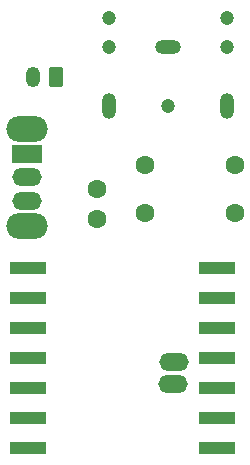
<source format=gbr>
%TF.GenerationSoftware,KiCad,Pcbnew,9.0.7*%
%TF.CreationDate,2026-01-16T10:40:53-07:00*%
%TF.ProjectId,keylink_revB,6b65796c-696e-46b5-9f72-6576422e6b69,rev?*%
%TF.SameCoordinates,Original*%
%TF.FileFunction,Soldermask,Top*%
%TF.FilePolarity,Negative*%
%FSLAX46Y46*%
G04 Gerber Fmt 4.6, Leading zero omitted, Abs format (unit mm)*
G04 Created by KiCad (PCBNEW 9.0.7) date 2026-01-16 10:40:53*
%MOMM*%
%LPD*%
G01*
G04 APERTURE LIST*
G04 Aperture macros list*
%AMRoundRect*
0 Rectangle with rounded corners*
0 $1 Rounding radius*
0 $2 $3 $4 $5 $6 $7 $8 $9 X,Y pos of 4 corners*
0 Add a 4 corners polygon primitive as box body*
4,1,4,$2,$3,$4,$5,$6,$7,$8,$9,$2,$3,0*
0 Add four circle primitives for the rounded corners*
1,1,$1+$1,$2,$3*
1,1,$1+$1,$4,$5*
1,1,$1+$1,$6,$7*
1,1,$1+$1,$8,$9*
0 Add four rect primitives between the rounded corners*
20,1,$1+$1,$2,$3,$4,$5,0*
20,1,$1+$1,$4,$5,$6,$7,0*
20,1,$1+$1,$6,$7,$8,$9,0*
20,1,$1+$1,$8,$9,$2,$3,0*%
G04 Aperture macros list end*
%ADD10C,1.600000*%
%ADD11O,3.500000X2.200000*%
%ADD12R,2.500000X1.500000*%
%ADD13O,2.500000X1.500000*%
%ADD14O,1.200000X1.750000*%
%ADD15RoundRect,0.250000X0.350000X0.625000X-0.350000X0.625000X-0.350000X-0.625000X0.350000X-0.625000X0*%
%ADD16C,1.200000*%
%ADD17O,1.200000X2.200000*%
%ADD18O,2.200000X1.200000*%
%ADD19R,3.150000X1.000000*%
G04 APERTURE END LIST*
D10*
%TO.C,R1*%
X100000000Y-36000000D03*
X107620000Y-36000000D03*
%TD*%
D11*
%TO.C,SW1*%
X90000000Y-32900000D03*
X90000000Y-41100000D03*
D12*
X90000000Y-35000000D03*
D13*
X90000000Y-37000000D03*
X90000000Y-39000000D03*
%TD*%
D10*
%TO.C,R2*%
X107620000Y-40000000D03*
X100000000Y-40000000D03*
%TD*%
D14*
%TO.C,J1*%
X90500000Y-28500000D03*
D15*
X92500000Y-28500000D03*
%TD*%
D10*
%TO.C,C1*%
X96000000Y-38000000D03*
X96000000Y-40500000D03*
%TD*%
D16*
%TO.C,J2*%
X107000000Y-26000000D03*
X107000000Y-23500000D03*
X102000000Y-31000000D03*
X97000000Y-26000000D03*
X97000000Y-23500000D03*
D17*
X107000000Y-31000000D03*
D18*
X102000000Y-26000000D03*
D17*
X97000000Y-31000000D03*
%TD*%
D13*
%TO.C,U1*%
X102429000Y-54500000D03*
X102440000Y-52600000D03*
D19*
X90075000Y-59920000D03*
X90075000Y-57380000D03*
X90075000Y-54840000D03*
X90075000Y-52300000D03*
X90075000Y-49760000D03*
X90075000Y-47220000D03*
X90075000Y-44680000D03*
X106100000Y-44680000D03*
X106100000Y-47220000D03*
X106100000Y-49760000D03*
X106100000Y-52300000D03*
X106100000Y-54840000D03*
X106100000Y-57380000D03*
X106100000Y-59920000D03*
%TD*%
M02*

</source>
